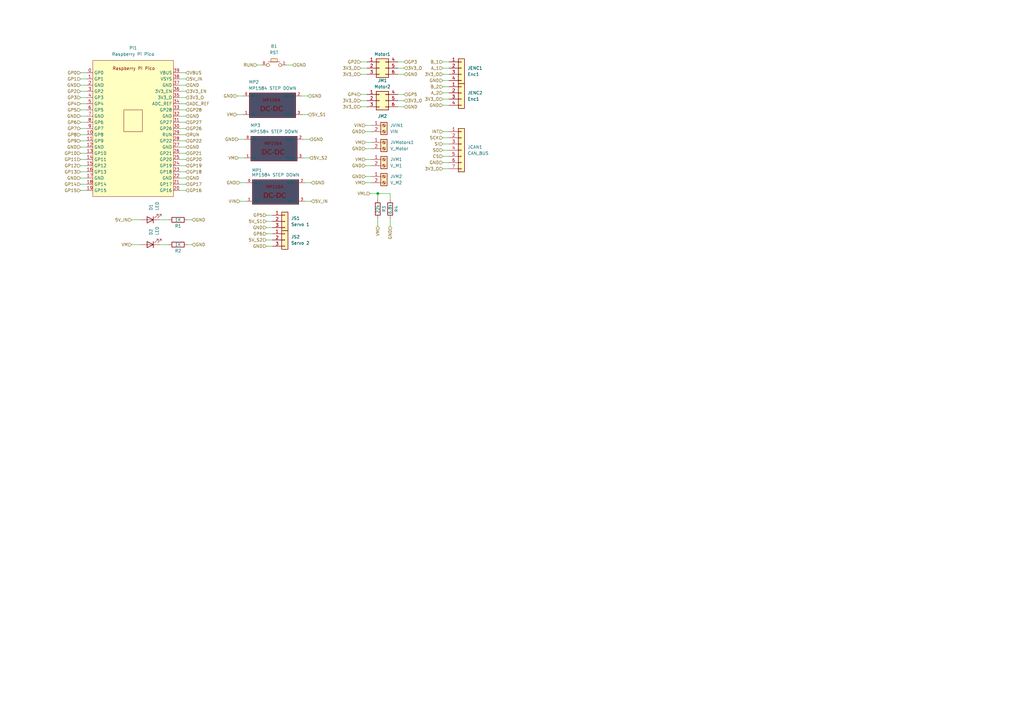
<source format=kicad_sch>
(kicad_sch (version 20250114) (generator "eeschema") (generator_version "9.0")
  (paper "A3")
  (lib_symbols
    (symbol "Connector:Screw_Terminal_01x02" (pin_names (offset 1.016) (hide yes))
      (property "Reference" "J" (at 0 2.54 0))
      (property "Value" "Screw_Terminal_01x02" (at 0 -5.08 0))
      (symbol "Screw_Terminal_01x02_1_1"
        (rectangle (start -1.27 1.27) (end 1.27 -3.81) (stroke (width 0.254)) (fill (type background)))
        (polyline (pts (xy -0.5334 0.3302) (xy 0.3302 -0.508)) (stroke (width 0.1524)))
        (polyline (pts (xy -0.5334 -2.2098) (xy 0.3302 -3.048)) (stroke (width 0.1524)))
        (polyline (pts (xy -0.3556 0.508) (xy 0.508 -0.3302)) (stroke (width 0.1524)))
        (polyline (pts (xy -0.3556 -2.032) (xy 0.508 -2.8702)) (stroke (width 0.1524)))
        (circle (center 0 0) (radius 0.635) (stroke (width 0.1524)))
        (circle (center 0 -2.54) (radius 0.635) (stroke (width 0.1524)))
        (pin passive line (at -5.08 0 0) (length 3.81) (name "Pin_1") (number "1"))
        (pin passive line (at -5.08 -2.54 0) (length 3.81) (name "Pin_2") (number "2"))
      )
    )
    (symbol "Connector_Generic:Conn_01x03" (pin_names (offset 1.016) (hide yes))
      (property "Reference" "J" (at 0 5.08 0))
      (property "Value" "Conn_01x03" (at 0 -5.08 0))
      (symbol "Conn_01x03_1_1"
        (rectangle (start -1.27 3.81) (end 1.27 -3.81) (stroke (width 0.254)) (fill (type background)))
        (rectangle (start -1.27 2.667) (end 0 2.413) (stroke (width 0.1524)))
        (rectangle (start -1.27 0.127) (end 0 -0.127) (stroke (width 0.1524)))
        (rectangle (start -1.27 -2.413) (end 0 -2.667) (stroke (width 0.1524)))
        (pin passive line (at -5.08 2.54 0) (length 3.81) (name "Pin_1") (number "1"))
        (pin passive line (at -5.08 0 0) (length 3.81) (name "Pin_2") (number "2"))
        (pin passive line (at -5.08 -2.54 0) (length 3.81) (name "Pin_3") (number "3"))
      )
    )
    (symbol "Connector_Generic:Conn_01x04" (pin_names (offset 1.016) (hide yes))
      (property "Reference" "J" (at 0 5.08 0))
      (property "Value" "Conn_01x04" (at 0 -7.62 0))
      (symbol "Conn_01x04_1_1"
        (rectangle (start -1.27 3.81) (end 1.27 -6.35) (stroke (width 0.254)) (fill (type background)))
        (rectangle (start -1.27 2.667) (end 0 2.413) (stroke (width 0.1524)))
        (rectangle (start -1.27 0.127) (end 0 -0.127) (stroke (width 0.1524)))
        (rectangle (start -1.27 -2.413) (end 0 -2.667) (stroke (width 0.1524)))
        (rectangle (start -1.27 -4.953) (end 0 -5.207) (stroke (width 0.1524)))
        (pin passive line (at -5.08 2.54 0) (length 3.81) (name "Pin_1") (number "1"))
        (pin passive line (at -5.08 0 0) (length 3.81) (name "Pin_2") (number "2"))
        (pin passive line (at -5.08 -2.54 0) (length 3.81) (name "Pin_3") (number "3"))
        (pin passive line (at -5.08 -5.08 0) (length 3.81) (name "Pin_4") (number "4"))
      )
    )
    (symbol "Connector_Generic:Conn_01x07" (pin_names (offset 1.016) (hide yes))
      (property "Reference" "J" (at 0 10.16 0))
      (property "Value" "Conn_01x07" (at 0 -10.16 0))
      (symbol "Conn_01x07_1_1"
        (rectangle (start -1.27 8.89) (end 1.27 -8.89) (stroke (width 0.254)) (fill (type background)))
        (rectangle (start -1.27 7.747) (end 0 7.493) (stroke (width 0.1524)))
        (rectangle (start -1.27 5.207) (end 0 4.953) (stroke (width 0.1524)))
        (rectangle (start -1.27 2.667) (end 0 2.413) (stroke (width 0.1524)))
        (rectangle (start -1.27 0.127) (end 0 -0.127) (stroke (width 0.1524)))
        (rectangle (start -1.27 -2.413) (end 0 -2.667) (stroke (width 0.1524)))
        (rectangle (start -1.27 -4.953) (end 0 -5.207) (stroke (width 0.1524)))
        (rectangle (start -1.27 -7.493) (end 0 -7.747) (stroke (width 0.1524)))
        (pin passive line (at -5.08 7.62 0) (length 3.81) (name "Pin_1") (number "1"))
        (pin passive line (at -5.08 5.08 0) (length 3.81) (name "Pin_2") (number "2"))
        (pin passive line (at -5.08 2.54 0) (length 3.81) (name "Pin_3") (number "3"))
        (pin passive line (at -5.08 0 0) (length 3.81) (name "Pin_4") (number "4"))
        (pin passive line (at -5.08 -2.54 0) (length 3.81) (name "Pin_5") (number "5"))
        (pin passive line (at -5.08 -5.08 0) (length 3.81) (name "Pin_6") (number "6"))
        (pin passive line (at -5.08 -7.62 0) (length 3.81) (name "Pin_7") (number "7"))
      )
    )
    (symbol "Connector_Generic:Conn_02x03_Top_Bottom" (pin_names (offset 1.016) (hide yes))
      (property "Reference" "J" (at 1.27 5.08 0))
      (property "Value" "Conn_02x03_Top_Bottom" (at 1.27 -5.08 0))
      (symbol "Conn_02x03_Top_Bottom_1_1"
        (rectangle (start -1.27 3.81) (end 3.81 -3.81) (stroke (width 0.254)) (fill (type background)))
        (rectangle (start -1.27 2.667) (end 0 2.413) (stroke (width 0.1524)))
        (rectangle (start -1.27 0.127) (end 0 -0.127) (stroke (width 0.1524)))
        (rectangle (start -1.27 -2.413) (end 0 -2.667) (stroke (width 0.1524)))
        (rectangle (start 3.81 2.667) (end 2.54 2.413) (stroke (width 0.1524)))
        (rectangle (start 3.81 0.127) (end 2.54 -0.127) (stroke (width 0.1524)))
        (rectangle (start 3.81 -2.413) (end 2.54 -2.667) (stroke (width 0.1524)))
        (pin passive line (at -5.08 2.54 0) (length 3.81) (name "Pin_1") (number "1"))
        (pin passive line (at -5.08 0 0) (length 3.81) (name "Pin_2") (number "2"))
        (pin passive line (at -5.08 -2.54 0) (length 3.81) (name "Pin_3") (number "3"))
        (pin passive line (at 7.62 2.54 180) (length 3.81) (name "Pin_4") (number "4"))
        (pin passive line (at 7.62 0 180) (length 3.81) (name "Pin_5") (number "5"))
        (pin passive line (at 7.62 -2.54 180) (length 3.81) (name "Pin_6") (number "6"))
      )
    )
    (symbol "Custom_Boards:BUTTON"
      (property "Reference" "B" (at -3.302 3.556 0))
      (property "Value" "BUTTON" (at 0 -2.286 0))
      (symbol "BUTTON_0_1"
        (polyline (pts (xy -2.54 1.27) (xy 2.54 1.27)))
      )
      (symbol "BUTTON_1_1"
        (circle (center -2.54 0) (radius 0.635) (fill (type background)))
        (rectangle (start -1.27 2.54) (end 1.27 1.27) (fill (type background)))
        (circle (center 2.54 0) (radius 0.635) (fill (type background)))
        (pin input line (at -5.08 0 0) (length 1.905) (name "") (number "0"))
        (pin input line (at 5.08 0 180) (length 1.905) (name "") (number "1"))
      )
    )
    (symbol "Custom_Boards:MP1584"
      (property "Reference" "MP1584" (at 3.556 4.318 0))
      (property "Value" "MP1584 STEP DOWN" (at 9.652 2.032 0))
      (symbol "MP1584_1_1"
        (rectangle (start 0 0) (end 19.05 -10.16) (fill (type color) (color 77 79 104 1)))
        (text "MP1584" (at 9.144 -3.048 0) (effects (font (size 1.27 1.27))))
        (text "DC-DC" (at 9.144 -6.604 0) (effects (font (size 2.032 2.032))))
        (pin input line (at -2.54 -1.27 0) (length 2.54) (name "IN-") (number "0"))
        (pin input line (at -2.54 -8.89 0) (length 2.54) (name "IN-") (number "1"))
        (pin input line (at 21.59 -1.27 180) (length 2.54) (name "OUT-") (number "2"))
        (pin input line (at 21.59 -8.89 180) (length 2.54) (name "OUT+") (number "3"))
      )
    )
    (symbol "Custom_Boards:Pico_Board"
      (property "Reference" "Pi" (at 0.762 5.842 0))
      (property "Value" "Raspberry Pi Pico" (at 8.636 3.048 0))
      (symbol "Pico_Board_1_1"
        (rectangle (start 0 1.27) (end 33.02 -54.61) (fill (type background)))
        (rectangle (start 20.32 -27.94) (end 12.7 -19.05))
        (text "Raspberry Pi Pico" (at 16.764 -2.032 0) (effects (font (size 1.27 1.27))))
        (pin input line (at -2.54 -3.81 0) (length 2.54) (name "GP0") (number "0"))
        (pin input line (at -2.54 -6.35 0) (length 2.54) (name "GP1") (number "1"))
        (pin input line (at -2.54 -8.89 0) (length 2.54) (name "GND") (number "2"))
        (pin input line (at -2.54 -11.43 0) (length 2.54) (name "GP2") (number "3"))
        (pin input line (at -2.54 -13.97 0) (length 2.54) (name "GP3") (number "4"))
        (pin input line (at -2.54 -16.51 0) (length 2.54) (name "GP4") (number "5"))
        (pin input line (at -2.54 -19.05 0) (length 2.54) (name "GP5") (number "6"))
        (pin input line (at -2.54 -21.59 0) (length 2.54) (name "GND") (number "7"))
        (pin input line (at -2.54 -24.13 0) (length 2.54) (name "GP6") (number "8"))
        (pin input line (at -2.54 -26.67 0) (length 2.54) (name "GP7") (number "9"))
        (pin input line (at -2.54 -29.21 0) (length 2.54) (name "GP8") (number "10"))
        (pin input line (at -2.54 -31.75 0) (length 2.54) (name "GP9") (number "11"))
        (pin input line (at -2.54 -34.29 0) (length 2.54) (name "GND") (number "12"))
        (pin input line (at -2.54 -36.83 0) (length 2.54) (name "GP10") (number "13"))
        (pin input line (at -2.54 -39.37 0) (length 2.54) (name "GP11") (number "14"))
        (pin input line (at -2.54 -41.91 0) (length 2.54) (name "GP12") (number "15"))
        (pin input line (at -2.54 -44.45 0) (length 2.54) (name "GP13") (number "16"))
        (pin input line (at -2.54 -46.99 0) (length 2.54) (name "GND") (number "17"))
        (pin input line (at -2.54 -49.53 0) (length 2.54) (name "GP14") (number "18"))
        (pin input line (at -2.54 -52.07 0) (length 2.54) (name "GP15") (number "19"))
        (pin input line (at 35.56 -3.81 180) (length 2.54) (name "VBUS") (number "39"))
        (pin input line (at 35.56 -6.35 180) (length 2.54) (name "VSYS") (number "38"))
        (pin input line (at 35.56 -8.89 180) (length 2.54) (name "GND") (number "37"))
        (pin input line (at 35.56 -11.43 180) (length 2.54) (name "3V3_EN") (number "36"))
        (pin input line (at 35.56 -13.97 180) (length 2.54) (name "3V3_O") (number "35"))
        (pin input line (at 35.56 -16.51 180) (length 2.54) (name "ADC_REF") (number "34"))
        (pin input line (at 35.56 -19.05 180) (length 2.54) (name "GP28") (number "33"))
        (pin input line (at 35.56 -21.59 180) (length 2.54) (name "GND") (number "32"))
        (pin input line (at 35.56 -24.13 180) (length 2.54) (name "GP27") (number "31"))
        (pin input line (at 35.56 -26.67 180) (length 2.54) (name "GP26") (number "30"))
        (pin input line (at 35.56 -29.21 180) (length 2.54) (name "RUN") (number "29"))
        (pin input line (at 35.56 -31.75 180) (length 2.54) (name "GP22") (number "28"))
        (pin input line (at 35.56 -34.29 180) (length 2.54) (name "GND") (number "27"))
        (pin input line (at 35.56 -36.83 180) (length 2.54) (name "GP21") (number "26"))
        (pin input line (at 35.56 -39.37 180) (length 2.54) (name "GP20") (number "25"))
        (pin input line (at 35.56 -41.91 180) (length 2.54) (name "GP19") (number "24"))
        (pin input line (at 35.56 -44.45 180) (length 2.54) (name "GP18") (number "23"))
        (pin input line (at 35.56 -46.99 180) (length 2.54) (name "GND") (number "22"))
        (pin input line (at 35.56 -49.53 180) (length 2.54) (name "GP17") (number "21"))
        (pin input line (at 35.56 -52.07 180) (length 2.54) (name "GP16") (number "20"))
      )
    )
    (symbol "Device:LED" (pin_numbers (hide yes)) (pin_names (offset 1.016) (hide yes))
      (property "Reference" "D" (at 0 2.54 0))
      (property "Value" "LED" (at 0 -2.54 0))
      (symbol "LED_0_1"
        (polyline (pts (xy -3.048 -0.762) (xy -4.572 -2.286) (xy -3.81 -2.286) (xy -4.572 -2.286) (xy -4.572 -1.524)))
        (polyline (pts (xy -1.778 -0.762) (xy -3.302 -2.286) (xy -2.54 -2.286) (xy -3.302 -2.286) (xy -3.302 -1.524)))
        (polyline (pts (xy -1.27 0) (xy 1.27 0)))
        (polyline (pts (xy -1.27 -1.27) (xy -1.27 1.27)) (stroke (width 0.254)))
        (polyline (pts (xy 1.27 -1.27) (xy 1.27 1.27) (xy -1.27 0) (xy 1.27 -1.27)) (stroke (width 0.254)))
      )
      (symbol "LED_1_1"
        (pin passive line (at -3.81 0 0) (length 2.54) (name "K") (number "1"))
        (pin passive line (at 3.81 0 180) (length 2.54) (name "A") (number "2"))
      )
    )
    (symbol "Device:R" (pin_numbers (hide yes)) (pin_names (offset 0))
      (property "Reference" "R" (at 2.032 0 90))
      (property "Value" "R" (at 0 0 90))
      (symbol "R_0_1"
        (rectangle (start -1.016 -2.54) (end 1.016 2.54) (stroke (width 0.254)))
      )
      (symbol "R_1_1"
        (pin passive line (at 0 3.81 270) (length 1.27) (name "~") (number "1"))
        (pin passive line (at 0 -3.81 90) (length 1.27) (name "~") (number "2"))
      )
    )
  )
  (junction (at 154.94 79.375))
  (wire (pts (xy 76.2 73.025) (xy 73.66 73.025)))
  (wire (pts (xy 181.61 61.595) (xy 184.15 61.595)))
  (wire (pts (xy 33.02 37.465) (xy 35.56 37.465)))
  (wire (pts (xy 149.86 74.93) (xy 152.4 74.93)))
  (wire (pts (xy 33.02 57.785) (xy 35.56 57.785)))
  (wire (pts (xy 97.155 39.37) (xy 99.695 39.37)))
  (wire (pts (xy 123.825 39.37) (xy 126.365 39.37)))
  (wire (pts (xy 147.955 41.275) (xy 150.495 41.275)))
  (wire (pts (xy 33.02 60.325) (xy 35.56 60.325)))
  (wire (pts (xy 76.2 52.705) (xy 73.66 52.705)))
  (wire (pts (xy 181.61 38.1) (xy 184.15 38.1)))
  (wire (pts (xy 125.095 82.55) (xy 127.635 82.55)))
  (wire (pts (xy 154.94 81.915) (xy 154.94 79.375)))
  (wire (pts (xy 181.61 66.675) (xy 184.15 66.675)))
  (wire (pts (xy 160.02 89.535) (xy 160.02 92.71)))
  (wire (pts (xy 163.195 27.94) (xy 165.735 27.94)))
  (wire (pts (xy 33.02 50.165) (xy 35.56 50.165)))
  (wire (pts (xy 181.61 53.975) (xy 184.15 53.975)))
  (wire (pts (xy 65.405 100.33) (xy 69.215 100.33)))
  (wire (pts (xy 33.02 62.865) (xy 35.56 62.865)))
  (wire (pts (xy 105.41 26.67) (xy 107.315 26.67)))
  (wire (pts (xy 76.2 55.245) (xy 73.66 55.245)))
  (wire (pts (xy 109.22 100.965) (xy 111.76 100.965)))
  (wire (pts (xy 154.94 79.375) (xy 160.02 79.375)))
  (wire (pts (xy 33.02 65.405) (xy 35.56 65.405)))
  (wire (pts (xy 76.2 32.385) (xy 73.66 32.385)))
  (wire (pts (xy 147.955 25.4) (xy 150.495 25.4)))
  (wire (pts (xy 97.79 57.15) (xy 100.33 57.15)))
  (wire (pts (xy 33.02 52.705) (xy 35.56 52.705)))
  (wire (pts (xy 149.86 67.945) (xy 152.4 67.945)))
  (wire (pts (xy 76.2 42.545) (xy 73.66 42.545)))
  (wire (pts (xy 147.955 38.735) (xy 150.495 38.735)))
  (wire (pts (xy 76.2 29.845) (xy 73.66 29.845)))
  (wire (pts (xy 147.955 43.815) (xy 150.495 43.815)))
  (wire (pts (xy 163.195 25.4) (xy 165.735 25.4)))
  (wire (pts (xy 33.02 78.105) (xy 35.56 78.105)))
  (wire (pts (xy 181.61 69.215) (xy 184.15 69.215)))
  (wire (pts (xy 76.2 67.945) (xy 73.66 67.945)))
  (wire (pts (xy 76.2 65.405) (xy 73.66 65.405)))
  (wire (pts (xy 76.2 60.325) (xy 73.66 60.325)))
  (wire (pts (xy 117.475 26.67) (xy 120.015 26.67)))
  (wire (pts (xy 33.02 75.565) (xy 35.56 75.565)))
  (wire (pts (xy 160.02 79.375) (xy 160.02 81.915)))
  (wire (pts (xy 33.02 55.245) (xy 35.56 55.245)))
  (wire (pts (xy 76.2 40.005) (xy 73.66 40.005)))
  (wire (pts (xy 123.825 46.99) (xy 126.365 46.99)))
  (wire (pts (xy 181.61 59.055) (xy 184.15 59.055)))
  (wire (pts (xy 33.02 45.085) (xy 35.56 45.085)))
  (wire (pts (xy 181.61 27.94) (xy 184.15 27.94)))
  (wire (pts (xy 181.61 25.4) (xy 184.15 25.4)))
  (wire (pts (xy 33.02 47.625) (xy 35.56 47.625)))
  (wire (pts (xy 33.02 34.925) (xy 35.56 34.925)))
  (wire (pts (xy 163.195 38.735) (xy 165.735 38.735)))
  (wire (pts (xy 76.2 62.865) (xy 73.66 62.865)))
  (wire (pts (xy 76.2 75.565) (xy 73.66 75.565)))
  (wire (pts (xy 65.405 90.17) (xy 69.215 90.17)))
  (wire (pts (xy 33.02 67.945) (xy 35.56 67.945)))
  (wire (pts (xy 98.425 82.55) (xy 100.965 82.55)))
  (wire (pts (xy 33.02 73.025) (xy 35.56 73.025)))
  (wire (pts (xy 125.095 74.93) (xy 127.635 74.93)))
  (wire (pts (xy 163.195 43.815) (xy 165.735 43.815)))
  (wire (pts (xy 147.955 27.94) (xy 150.495 27.94)))
  (wire (pts (xy 149.86 51.435) (xy 152.4 51.435)))
  (wire (pts (xy 98.425 74.93) (xy 100.965 74.93)))
  (wire (pts (xy 76.2 70.485) (xy 73.66 70.485)))
  (wire (pts (xy 163.195 41.275) (xy 165.735 41.275)))
  (wire (pts (xy 149.86 65.405) (xy 152.4 65.405)))
  (wire (pts (xy 78.74 90.17) (xy 76.835 90.17)))
  (wire (pts (xy 53.975 100.33) (xy 57.785 100.33)))
  (wire (pts (xy 163.195 30.48) (xy 165.735 30.48)))
  (wire (pts (xy 76.2 57.785) (xy 73.66 57.785)))
  (wire (pts (xy 97.155 46.99) (xy 99.695 46.99)))
  (wire (pts (xy 33.02 40.005) (xy 35.56 40.005)))
  (wire (pts (xy 124.46 64.77) (xy 127 64.77)))
  (wire (pts (xy 181.61 35.56) (xy 184.15 35.56)))
  (wire (pts (xy 124.46 57.15) (xy 127 57.15)))
  (wire (pts (xy 109.22 90.805) (xy 111.76 90.805)))
  (wire (pts (xy 149.86 53.975) (xy 152.4 53.975)))
  (wire (pts (xy 53.975 90.17) (xy 57.785 90.17)))
  (wire (pts (xy 76.2 50.165) (xy 73.66 50.165)))
  (wire (pts (xy 149.86 58.42) (xy 152.4 58.42)))
  (wire (pts (xy 151.765 79.375) (xy 154.94 79.375)))
  (wire (pts (xy 33.02 42.545) (xy 35.56 42.545)))
  (wire (pts (xy 109.22 95.885) (xy 111.76 95.885)))
  (wire (pts (xy 181.61 40.64) (xy 184.15 40.64)))
  (wire (pts (xy 181.61 30.48) (xy 184.15 30.48)))
  (wire (pts (xy 109.22 98.425) (xy 111.76 98.425)))
  (wire (pts (xy 154.94 89.535) (xy 154.94 92.71)))
  (wire (pts (xy 181.61 56.515) (xy 184.15 56.515)))
  (wire (pts (xy 76.2 37.465) (xy 73.66 37.465)))
  (wire (pts (xy 76.2 47.625) (xy 73.66 47.625)))
  (wire (pts (xy 76.2 34.925) (xy 73.66 34.925)))
  (wire (pts (xy 181.61 64.135) (xy 184.15 64.135)))
  (wire (pts (xy 147.955 30.48) (xy 150.495 30.48)))
  (wire (pts (xy 76.2 78.105) (xy 73.66 78.105)))
  (wire (pts (xy 76.2 45.085) (xy 73.66 45.085)))
  (wire (pts (xy 33.02 32.385) (xy 35.56 32.385)))
  (wire (pts (xy 149.86 60.96) (xy 152.4 60.96)))
  (wire (pts (xy 33.02 29.845) (xy 35.56 29.845)))
  (wire (pts (xy 181.61 33.02) (xy 184.15 33.02)))
  (wire (pts (xy 109.22 88.265) (xy 111.76 88.265)))
  (wire (pts (xy 33.02 70.485) (xy 35.56 70.485)))
  (wire (pts (xy 78.74 100.33) (xy 76.835 100.33)))
  (wire (pts (xy 149.86 72.39) (xy 152.4 72.39)))
  (wire (pts (xy 181.61 43.18) (xy 184.15 43.18)))
  (wire (pts (xy 109.22 93.345) (xy 111.76 93.345)))
  (wire (pts (xy 97.79 64.77) (xy 100.33 64.77)))
  (hierarchical_label "GP22" (shape input) (at 76.2 57.785 0))
  (hierarchical_label "GP4" (shape input) (at 33.02 42.545 180))
  (hierarchical_label "GP20" (shape input) (at 76.2 65.405 0))
  (hierarchical_label "GND" (shape input) (at 78.74 90.17 0))
  (hierarchical_label "GND" (shape input) (at 149.86 67.945 180))
  (hierarchical_label "GP14" (shape input) (at 33.02 75.565 180))
  (hierarchical_label "GP3" (shape input) (at 33.02 40.005 180))
  (hierarchical_label "RUN" (shape input) (at 76.2 55.245 0))
  (hierarchical_label "GP18" (shape input) (at 76.2 70.485 0))
  (hierarchical_label "GND" (shape input) (at 76.2 34.925 0))
  (hierarchical_label "GP6" (shape input) (at 33.02 50.165 180))
  (hierarchical_label "3V3_O" (shape input) (at 181.61 30.48 180))
  (hierarchical_label "GP1" (shape input) (at 33.02 32.385 180))
  (hierarchical_label "GP11" (shape input) (at 33.02 65.405 180))
  (hierarchical_label "GND" (shape input) (at 165.735 43.815 0))
  (hierarchical_label "GP4" (shape input) (at 147.955 38.735 180))
  (hierarchical_label "3V3_EN" (shape input) (at 76.2 37.465 0))
  (hierarchical_label "VIN" (shape input) (at 98.425 82.55 180))
  (hierarchical_label "VM" (shape input) (at 149.86 65.405 180))
  (hierarchical_label "GP17" (shape input) (at 76.2 75.565 0))
  (hierarchical_label "GND" (shape input) (at 181.61 43.18 180))
  (hierarchical_label "3V3_O" (shape input) (at 181.61 69.215 180))
  (hierarchical_label "GND" (shape input) (at 149.86 53.975 180))
  (hierarchical_label "VM" (shape input) (at 53.975 100.33 180))
  (hierarchical_label "B_2" (shape input) (at 181.61 35.56 180))
  (hierarchical_label "GP16" (shape input) (at 76.2 78.105 0))
  (hierarchical_label "GP3" (shape input) (at 165.735 25.4 0))
  (hierarchical_label "GND" (shape input) (at 76.2 47.625 0))
  (hierarchical_label "GND" (shape input) (at 181.61 33.02 180))
  (hierarchical_label "GND" (shape input) (at 33.02 60.325 180))
  (hierarchical_label "GND" (shape input) (at 149.86 60.96 180))
  (hierarchical_label "VM" (shape input) (at 149.86 58.42 180))
  (hierarchical_label "GND" (shape input) (at 165.735 30.48 0))
  (hierarchical_label "GND" (shape input) (at 33.02 34.925 180))
  (hierarchical_label "GP13" (shape input) (at 33.02 70.485 180))
  (hierarchical_label "VIN" (shape input) (at 149.86 51.435 180))
  (hierarchical_label "5V_IN" (shape input) (at 76.2 32.385 0))
  (hierarchical_label "GP5" (shape input) (at 109.22 88.265 180))
  (hierarchical_label "GND" (shape input) (at 120.015 26.67 0))
  (hierarchical_label "GP8" (shape input) (at 33.02 55.245 180))
  (hierarchical_label "GND" (shape input) (at 98.425 74.93 180))
  (hierarchical_label "VM" (shape input) (at 97.155 46.99 180))
  (hierarchical_label "GP2" (shape input) (at 147.955 25.4 180))
  (hierarchical_label "3V3_O" (shape input) (at 181.61 40.64 180))
  (hierarchical_label "GND" (shape input) (at 127.635 74.93 0))
  (hierarchical_label "GND" (shape input) (at 149.86 72.39 180))
  (hierarchical_label "3V3_O" (shape input) (at 147.955 43.815 180))
  (hierarchical_label "GP15" (shape input) (at 33.02 78.105 180))
  (hierarchical_label "5V_S1" (shape input) (at 109.22 90.805 180))
  (hierarchical_label "RUN" (shape input) (at 105.41 26.67 180))
  (hierarchical_label "GND" (shape input) (at 109.22 93.345 180))
  (hierarchical_label "GND" (shape input) (at 97.155 39.37 180))
  (hierarchical_label "GND" (shape input) (at 33.02 47.625 180))
  (hierarchical_label "GND" (shape input) (at 78.74 100.33 0))
  (hierarchical_label "GP5" (shape input) (at 33.02 45.085 180))
  (hierarchical_label "5V_S2" (shape input) (at 109.22 98.425 180))
  (hierarchical_label "GND" (shape input) (at 160.02 92.71 270))
  (hierarchical_label "GP19" (shape input) (at 76.2 67.945 0))
  (hierarchical_label "GP9" (shape input) (at 33.02 57.785 180))
  (hierarchical_label "SI" (shape input) (at 181.61 59.055 180))
  (hierarchical_label "GP6" (shape input) (at 109.22 95.885 180))
  (hierarchical_label "VM" (shape input) (at 154.94 92.71 270))
  (hierarchical_label "VM" (shape input) (at 149.86 74.93 180))
  (hierarchical_label "GP0" (shape input) (at 33.02 29.845 180))
  (hierarchical_label "GP5" (shape input) (at 165.735 38.735 0))
  (hierarchical_label "GND" (shape input) (at 76.2 73.025 0))
  (hierarchical_label "3V3_O" (shape input) (at 165.735 41.275 0))
  (hierarchical_label "SCK" (shape input) (at 181.61 56.515 180))
  (hierarchical_label "VM" (shape input) (at 97.79 64.77 180))
  (hierarchical_label "5V_IN" (shape input) (at 127.635 82.55 0))
  (hierarchical_label "GP21" (shape input) (at 76.2 62.865 0))
  (hierarchical_label "GP12" (shape input) (at 33.02 67.945 180))
  (hierarchical_label "5V_IN" (shape input) (at 53.975 90.17 180))
  (hierarchical_label "5V_S2" (shape input) (at 127 64.77 0))
  (hierarchical_label "A_1" (shape input) (at 181.61 27.94 180))
  (hierarchical_label "VML" (shape input) (at 151.765 79.375 180))
  (hierarchical_label "3V3_O" (shape input) (at 165.735 27.94 0))
  (hierarchical_label "INT" (shape input) (at 181.61 53.975 180))
  (hierarchical_label "3V3_O" (shape input) (at 147.955 27.94 180))
  (hierarchical_label "ADC_REF" (shape input) (at 76.2 42.545 0))
  (hierarchical_label "3V3_O" (shape input) (at 147.955 41.275 180))
  (hierarchical_label "3V3_O" (shape input) (at 147.955 30.48 180))
  (hierarchical_label "VBUS" (shape input) (at 76.2 29.845 0))
  (hierarchical_label "GND" (shape input) (at 33.02 73.025 180))
  (hierarchical_label "GND" (shape input) (at 76.2 60.325 0))
  (hierarchical_label "3V3_O" (shape input) (at 76.2 40.005 0))
  (hierarchical_label "SO" (shape input) (at 181.61 61.595 180))
  (hierarchical_label "5V_S1" (shape input) (at 126.365 46.99 0))
  (hierarchical_label "GND" (shape input) (at 126.365 39.37 0))
  (hierarchical_label "GND" (shape input) (at 109.22 100.965 180))
  (hierarchical_label "GP10" (shape input) (at 33.02 62.865 180))
  (hierarchical_label "GP27" (shape input) (at 76.2 50.165 0))
  (hierarchical_label "GND" (shape input) (at 127 57.15 0))
  (hierarchical_label "GND" (shape input) (at 97.79 57.15 180))
  (hierarchical_label "GND" (shape input) (at 181.61 66.675 180))
  (hierarchical_label "GP2" (shape input) (at 33.02 37.465 180))
  (hierarchical_label "GP28" (shape input) (at 76.2 45.085 0))
  (hierarchical_label "A_2" (shape input) (at 181.61 38.1 180))
  (hierarchical_label "CS" (shape input) (at 181.61 64.135 180))
  (hierarchical_label "GP26" (shape input) (at 76.2 52.705 0))
  (hierarchical_label "B_1" (shape input) (at 181.61 25.4 180))
  (hierarchical_label "GP7" (shape input) (at 33.02 52.705 180))
  (symbol (lib_id "Custom_Boards:MP1584") (at 103.505 73.66 0) (unit 1)
    (property "Reference" "MP1" (at 105.41 69.85 0))
    (property "Value" "MP1584 STEP DOWN" (at 113.03 71.755 0))
    (property "Footprint" "Custom_footprints:MP1584" (effects (hide yes)))
  )
  (symbol (lib_id "Connector:Screw_Terminal_01x02") (at 157.48 72.39 0) (unit 1)
    (property "Reference" "JVM2" (at 160.02 72.3899 0) (effects (justify left)))
    (property "Value" "V_M2" (at 160.02 74.9299 0) (effects (justify left)))
    (property "Footprint" "TerminalBlock_Phoenix:TerminalBlock_Phoenix_MKDS-1,5-2_1x02_P5.00mm_Horizontal" (effects (hide yes)))
    (property "Description" "Generic screw terminal, single row, 01x02, script generated (kicad-library-utils/schlib/autogen/connector/)" (effects (hide yes)))
  )
  (symbol (lib_id "Connector:Screw_Terminal_01x02") (at 157.48 51.435 0) (unit 1)
    (property "Reference" "JVIN1" (at 160.02 51.4349 0) (effects (justify left)))
    (property "Value" "VIN" (at 160.02 53.9749 0) (effects (justify left)))
    (property "Footprint" "TerminalBlock_Phoenix:TerminalBlock_Phoenix_MKDS-1,5-2_1x02_P5.00mm_Horizontal" (effects (hide yes)))
    (property "Description" "Generic screw terminal, single row, 01x02, script generated (kicad-library-utils/schlib/autogen/connector/)" (effects (hide yes)))
  )
  (symbol (lib_id "Connector_Generic:Conn_01x04") (at 189.23 38.1 0) (unit 1)
    (property "Reference" "JENC2" (at 191.77 38.0999 0) (effects (justify left)))
    (property "Value" "Enc1" (at 191.77 40.6399 0) (effects (justify left)))
    (property "Footprint" "Connector_PinHeader_2.54mm:PinHeader_1x04_P2.54mm_Vertical" (effects (hide yes)))
    (property "Description" "Generic connector, single row, 01x04, script generated (kicad-library-utils/schlib/autogen/connector/)" (effects (hide yes)))
  )
  (symbol (lib_id "Connector_Generic:Conn_01x07") (at 189.23 61.595 0) (unit 1)
    (property "Reference" "JCAN1" (at 191.77 60.3249 0) (effects (justify left)))
    (property "Value" "CAN_BUS" (at 191.77 62.8649 0) (effects (justify left)))
    (property "Description" "Generic connector, single row, 01x07, script generated (kicad-library-utils/schlib/autogen/connector/)" (effects (hide yes)))
  )
  (symbol (lib_id "Connector_Generic:Conn_01x04") (at 189.23 27.94 0) (unit 1)
    (property "Reference" "JENC1" (at 191.77 27.9399 0) (effects (justify left)))
    (property "Value" "Enc1" (at 191.77 30.4799 0) (effects (justify left)))
    (property "Footprint" "Connector_PinHeader_2.54mm:PinHeader_1x04_P2.54mm_Vertical" (effects (hide yes)))
    (property "Description" "Generic connector, single row, 01x04, script generated (kicad-library-utils/schlib/autogen/connector/)" (effects (hide yes)))
  )
  (symbol (lib_id "Connector:Screw_Terminal_01x02") (at 157.48 65.405 0) (unit 1)
    (property "Reference" "JVM1" (at 160.02 65.4049 0) (effects (justify left)))
    (property "Value" "V_M1" (at 160.02 67.9449 0) (effects (justify left)))
    (property "Footprint" "TerminalBlock_Phoenix:TerminalBlock_Phoenix_MKDS-1,5-2_1x02_P5.00mm_Horizontal" (effects (hide yes)))
    (property "Description" "Generic screw terminal, single row, 01x02, script generated (kicad-library-utils/schlib/autogen/connector/)" (effects (hide yes)))
  )
  (symbol (lib_id "Connector_Generic:Conn_02x03_Top_Bottom") (at 155.575 27.94 0) (unit 1)
    (property "Reference" "JM2" (at 156.845 47.625 0))
    (property "Value" "Motor1" (at 156.845 22.225 0))
    (property "Footprint" "Connector_PinHeader_2.54mm:PinHeader_2x03_P2.54mm_Vertical" (effects (hide yes)))
    (property "Description" "Generic connector, double row, 02x03, top/bottom pin numbering scheme (row 1: 1...pins_per_row, row2: pins_per_row+1 ... num_pins), script generated (kicad-library-utils/schlib/autogen/connector/)" (effects (hide yes)))
  )
  (symbol (lib_id "Connector:Screw_Terminal_01x02") (at 157.48 58.42 0) (unit 1)
    (property "Reference" "JVMotors1" (at 160.02 58.4199 0) (effects (justify left)))
    (property "Value" "V_Motor" (at 160.02 60.9599 0) (effects (justify left)))
    (property "Footprint" "TerminalBlock_Phoenix:TerminalBlock_Phoenix_MKDS-1,5-2_1x02_P5.00mm_Horizontal" (effects (hide yes)))
    (property "Description" "Generic screw terminal, single row, 01x02, script generated (kicad-library-utils/schlib/autogen/connector/)" (effects (hide yes)))
  )
  (symbol (lib_id "Device:R") (at 73.025 90.17 270) (unit 1)
    (property "Reference" "R1" (at 73.025 92.71 90))
    (property "Value" "1K" (at 73.025 90.17 90))
    (property "Footprint" "Resistor_THT:R_Axial_DIN0309_L9.0mm_D3.2mm_P12.70mm_Horizontal" (effects (hide yes)))
    (property "Description" "Resistor" (effects (hide yes)))
  )
  (symbol (lib_id "Custom_Boards:BUTTON") (at 112.395 26.67 0) (unit 1)
    (property "Reference" "B1" (at 112.395 19.05 0))
    (property "Value" "RST" (at 112.395 21.59 0))
    (property "Footprint" "Custom_footprints:BUTTON" (effects (hide yes)))
  )
  (symbol (lib_id "Device:LED") (at 61.595 90.17 180) (unit 1)
    (property "Reference" "D1" (at 61.9124 86.36 90) (effects (justify right)))
    (property "Value" "LED" (at 64.4524 86.36 90) (effects (justify right)))
    (property "Footprint" "LED_THT:LED_D5.0mm" (effects (hide yes)))
    (property "Description" "Light emitting diode" (effects (hide yes)))
    (property "Sim.Pins" "1=K 2=A" (effects (hide yes)))
  )
  (symbol (lib_id "Connector_Generic:Conn_01x03") (at 116.84 90.805 0) (unit 1)
    (property "Reference" "JS1" (at 119.38 89.5349 0) (effects (justify left)))
    (property "Value" "Servo 1" (at 119.38 92.0749 0) (effects (justify left)))
    (property "Footprint" "Connector_PinHeader_2.54mm:PinHeader_1x03_P2.54mm_Vertical" (effects (hide yes)))
    (property "Description" "Generic connector, single row, 01x03, script generated (kicad-library-utils/schlib/autogen/connector/)" (effects (hide yes)))
  )
  (symbol (lib_id "Connector_Generic:Conn_02x03_Top_Bottom") (at 155.575 41.275 0) (unit 1)
    (property "Reference" "JM1" (at 156.845 33.02 0))
    (property "Value" "Motor2" (at 156.845 35.56 0))
    (property "Footprint" "Connector_PinHeader_2.54mm:PinHeader_2x03_P2.54mm_Vertical" (effects (hide yes)))
    (property "Description" "Generic connector, double row, 02x03, top/bottom pin numbering scheme (row 1: 1...pins_per_row, row2: pins_per_row+1 ... num_pins), script generated (kicad-library-utils/schlib/autogen/connector/)" (effects (hide yes)))
  )
  (symbol (lib_id "Custom_Boards:MP1584") (at 102.235 38.1 0) (unit 1)
    (property "Reference" "MP2" (at 104.14 33.655 0))
    (property "Value" "MP1584 STEP DOWN" (at 111.76 36.195 0))
    (property "Footprint" "Custom_footprints:MP1584" (effects (hide yes)))
  )
  (symbol (lib_id "Custom_Boards:MP1584") (at 102.87 55.88 0) (unit 1)
    (property "Reference" "MP3" (at 104.775 51.435 0))
    (property "Value" "MP1584 STEP DOWN" (at 112.395 53.975 0))
    (property "Footprint" "Custom_footprints:MP1584" (effects (hide yes)))
  )
  (symbol (lib_id "Device:R") (at 154.94 85.725 0) (unit 1)
    (property "Reference" "R3" (at 157.48 85.725 90))
    (property "Value" "22k" (at 154.94 85.725 90))
    (property "Footprint" "Resistor_THT:R_Axial_DIN0309_L9.0mm_D3.2mm_P12.70mm_Horizontal" (effects (hide yes)))
    (property "Description" "Resistor" (effects (hide yes)))
  )
  (symbol (lib_id "Connector_Generic:Conn_01x03") (at 116.84 98.425 0) (unit 1)
    (property "Reference" "JS2" (at 119.38 97.1549 0) (effects (justify left)))
    (property "Value" "Servo 2" (at 119.38 99.6949 0) (effects (justify left)))
    (property "Footprint" "Connector_PinHeader_2.54mm:PinHeader_1x03_P2.54mm_Vertical" (effects (hide yes)))
    (property "Description" "Generic connector, single row, 01x03, script generated (kicad-library-utils/schlib/autogen/connector/)" (effects (hide yes)))
  )
  (symbol (lib_id "Custom_Boards:Pico_Board") (at 38.1 26.035 0) (unit 1)
    (property "Reference" "Pi1" (at 54.61 19.685 0))
    (property "Value" "Raspberry Pi Pico" (at 54.61 22.225 0))
    (property "Footprint" "Custom_footprints:RP_pico_footprint" (effects (hide yes)))
    (property "Description" "Raspberry Pi Pico Board" (effects (hide yes)))
  )
  (symbol (lib_id "Device:LED") (at 61.595 100.33 180) (unit 1)
    (property "Reference" "D2" (at 61.9124 96.52 90) (effects (justify right)))
    (property "Value" "LED" (at 64.4524 96.52 90) (effects (justify right)))
    (property "Footprint" "LED_THT:LED_D5.0mm" (effects (hide yes)))
    (property "Description" "Light emitting diode" (effects (hide yes)))
    (property "Sim.Pins" "1=K 2=A" (effects (hide yes)))
  )
  (symbol (lib_id "Device:R") (at 160.02 85.725 0) (unit 1)
    (property "Reference" "R4" (at 162.56 85.725 90))
    (property "Value" "6.8k" (at 160.02 85.725 90))
    (property "Footprint" "Resistor_THT:R_Axial_DIN0309_L9.0mm_D3.2mm_P12.70mm_Horizontal" (effects (hide yes)))
    (property "Description" "Resistor" (effects (hide yes)))
  )
  (symbol (lib_id "Device:R") (at 73.025 100.33 270) (unit 1)
    (property "Reference" "R2" (at 73.025 102.87 90))
    (property "Value" "1K" (at 73.025 100.33 90))
    (property "Footprint" "Resistor_THT:R_Axial_DIN0309_L9.0mm_D3.2mm_P12.70mm_Horizontal" (effects (hide yes)))
    (property "Description" "Resistor" (effects (hide yes)))
  )
)
</source>
